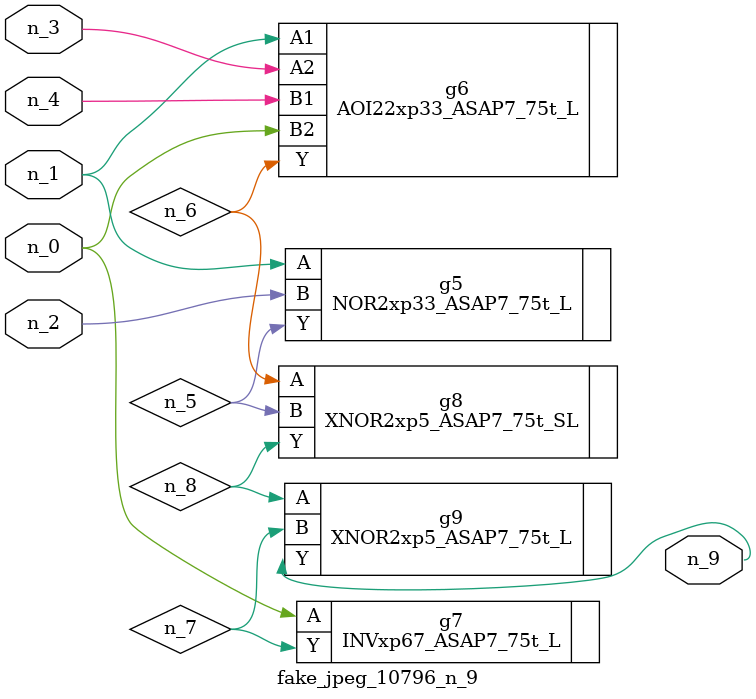
<source format=v>
module fake_jpeg_10796_n_9 (n_3, n_2, n_1, n_0, n_4, n_9);

input n_3;
input n_2;
input n_1;
input n_0;
input n_4;

output n_9;

wire n_8;
wire n_6;
wire n_5;
wire n_7;

NOR2xp33_ASAP7_75t_L g5 ( 
.A(n_1),
.B(n_2),
.Y(n_5)
);

AOI22xp33_ASAP7_75t_L g6 ( 
.A1(n_1),
.A2(n_3),
.B1(n_4),
.B2(n_0),
.Y(n_6)
);

INVxp67_ASAP7_75t_L g7 ( 
.A(n_0),
.Y(n_7)
);

XNOR2xp5_ASAP7_75t_SL g8 ( 
.A(n_6),
.B(n_5),
.Y(n_8)
);

XNOR2xp5_ASAP7_75t_L g9 ( 
.A(n_8),
.B(n_7),
.Y(n_9)
);


endmodule
</source>
